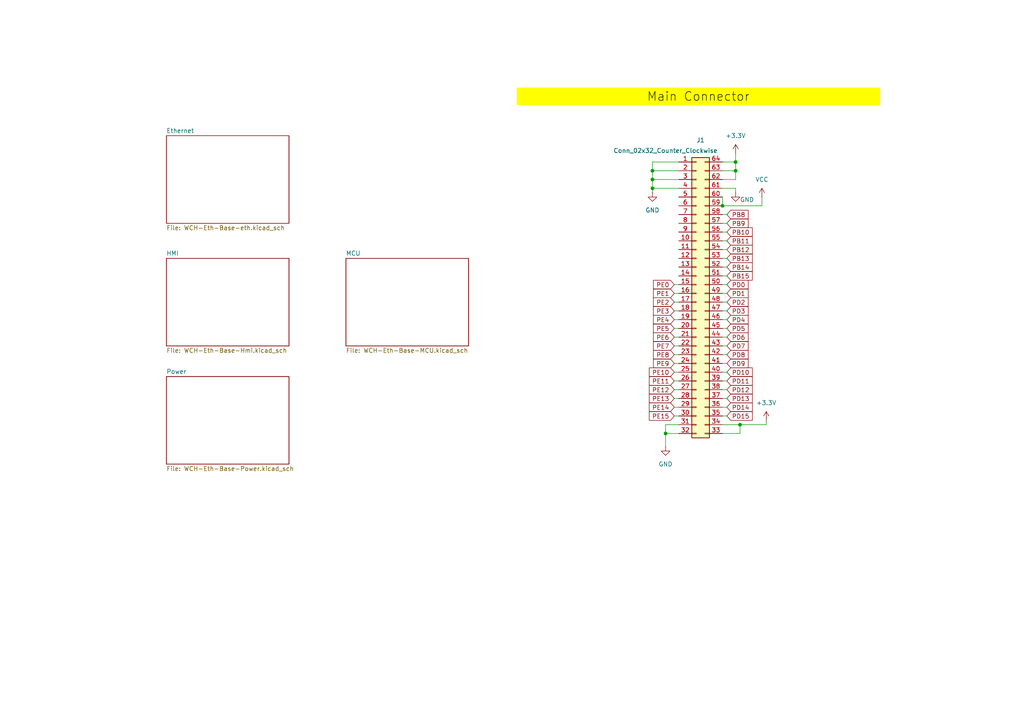
<source format=kicad_sch>
(kicad_sch (version 20231120) (generator "eeschema") (generator_version "8.0")
  (paper "A4")
  (lib_symbols
    (symbol "Connector_Generic:Conn_02x32_Counter_Clockwise" (pin_names (offset 1.016) hide)
      (property "Reference" "J" (at 1.27 40.64 0))
      (property "Value" "Conn_02x32_Counter_Clockwise" (at 1.27 -43.18 0))
      (symbol "Conn_02x32_Counter_Clockwise_1_1"
        (rectangle (start -1.27 -40.513) (end 0 -40.767) (stroke (width 0.1524)))
        (rectangle (start -1.27 -37.973) (end 0 -38.227) (stroke (width 0.1524)))
        (rectangle (start -1.27 -35.433) (end 0 -35.687) (stroke (width 0.1524)))
        (rectangle (start -1.27 -32.893) (end 0 -33.147) (stroke (width 0.1524)))
        (rectangle (start -1.27 -30.353) (end 0 -30.607) (stroke (width 0.1524)))
        (rectangle (start -1.27 -27.813) (end 0 -28.067) (stroke (width 0.1524)))
        (rectangle (start -1.27 -25.273) (end 0 -25.527) (stroke (width 0.1524)))
        (rectangle (start -1.27 -22.733) (end 0 -22.987) (stroke (width 0.1524)))
        (rectangle (start -1.27 -20.193) (end 0 -20.447) (stroke (width 0.1524)))
        (rectangle (start -1.27 -17.653) (end 0 -17.907) (stroke (width 0.1524)))
        (rectangle (start -1.27 -15.113) (end 0 -15.367) (stroke (width 0.1524)))
        (rectangle (start -1.27 -12.573) (end 0 -12.827) (stroke (width 0.1524)))
        (rectangle (start -1.27 -10.033) (end 0 -10.287) (stroke (width 0.1524)))
        (rectangle (start -1.27 -7.493) (end 0 -7.747) (stroke (width 0.1524)))
        (rectangle (start -1.27 -4.953) (end 0 -5.207) (stroke (width 0.1524)))
        (rectangle (start -1.27 -2.413) (end 0 -2.667) (stroke (width 0.1524)))
        (rectangle (start -1.27 0.127) (end 0 -0.127) (stroke (width 0.1524)))
        (rectangle (start -1.27 2.667) (end 0 2.413) (stroke (width 0.1524)))
        (rectangle (start -1.27 5.207) (end 0 4.953) (stroke (width 0.1524)))
        (rectangle (start -1.27 7.747) (end 0 7.493) (stroke (width 0.1524)))
        (rectangle (start -1.27 10.287) (end 0 10.033) (stroke (width 0.1524)))
        (rectangle (start -1.27 12.827) (end 0 12.573) (stroke (width 0.1524)))
        (rectangle (start -1.27 15.367) (end 0 15.113) (stroke (width 0.1524)))
        (rectangle (start -1.27 17.907) (end 0 17.653) (stroke (width 0.1524)))
        (rectangle (start -1.27 20.447) (end 0 20.193) (stroke (width 0.1524)))
        (rectangle (start -1.27 22.987) (end 0 22.733) (stroke (width 0.1524)))
        (rectangle (start -1.27 25.527) (end 0 25.273) (stroke (width 0.1524)))
        (rectangle (start -1.27 28.067) (end 0 27.813) (stroke (width 0.1524)))
        (rectangle (start -1.27 30.607) (end 0 30.353) (stroke (width 0.1524)))
        (rectangle (start -1.27 33.147) (end 0 32.893) (stroke (width 0.1524)))
        (rectangle (start -1.27 35.687) (end 0 35.433) (stroke (width 0.1524)))
        (rectangle (start -1.27 38.227) (end 0 37.973) (stroke (width 0.1524)))
        (rectangle (start -1.27 39.37) (end 3.81 -41.91) (stroke (width 0.254)) (fill (type background)))
        (rectangle (start 3.81 -40.513) (end 2.54 -40.767) (stroke (width 0.1524)))
        (rectangle (start 3.81 -37.973) (end 2.54 -38.227) (stroke (width 0.1524)))
        (rectangle (start 3.81 -35.433) (end 2.54 -35.687) (stroke (width 0.1524)))
        (rectangle (start 3.81 -32.893) (end 2.54 -33.147) (stroke (width 0.1524)))
        (rectangle (start 3.81 -30.353) (end 2.54 -30.607) (stroke (width 0.1524)))
        (rectangle (start 3.81 -27.813) (end 2.54 -28.067) (stroke (width 0.1524)))
        (rectangle (start 3.81 -25.273) (end 2.54 -25.527) (stroke (width 0.1524)))
        (rectangle (start 3.81 -22.733) (end 2.54 -22.987) (stroke (width 0.1524)))
        (rectangle (start 3.81 -20.193) (end 2.54 -20.447) (stroke (width 0.1524)))
        (rectangle (start 3.81 -17.653) (end 2.54 -17.907) (stroke (width 0.1524)))
        (rectangle (start 3.81 -15.113) (end 2.54 -15.367) (stroke (width 0.1524)))
        (rectangle (start 3.81 -12.573) (end 2.54 -12.827) (stroke (width 0.1524)))
        (rectangle (start 3.81 -10.033) (end 2.54 -10.287) (stroke (width 0.1524)))
        (rectangle (start 3.81 -7.493) (end 2.54 -7.747) (stroke (width 0.1524)))
        (rectangle (start 3.81 -4.953) (end 2.54 -5.207) (stroke (width 0.1524)))
        (rectangle (start 3.81 -2.413) (end 2.54 -2.667) (stroke (width 0.1524)))
        (rectangle (start 3.81 0.127) (end 2.54 -0.127) (stroke (width 0.1524)))
        (rectangle (start 3.81 2.667) (end 2.54 2.413) (stroke (width 0.1524)))
        (rectangle (start 3.81 5.207) (end 2.54 4.953) (stroke (width 0.1524)))
        (rectangle (start 3.81 7.747) (end 2.54 7.493) (stroke (width 0.1524)))
        (rectangle (start 3.81 10.287) (end 2.54 10.033) (stroke (width 0.1524)))
        (rectangle (start 3.81 12.827) (end 2.54 12.573) (stroke (width 0.1524)))
        (rectangle (start 3.81 15.367) (end 2.54 15.113) (stroke (width 0.1524)))
        (rectangle (start 3.81 17.907) (end 2.54 17.653) (stroke (width 0.1524)))
        (rectangle (start 3.81 20.447) (end 2.54 20.193) (stroke (width 0.1524)))
        (rectangle (start 3.81 22.987) (end 2.54 22.733) (stroke (width 0.1524)))
        (rectangle (start 3.81 25.527) (end 2.54 25.273) (stroke (width 0.1524)))
        (rectangle (start 3.81 28.067) (end 2.54 27.813) (stroke (width 0.1524)))
        (rectangle (start 3.81 30.607) (end 2.54 30.353) (stroke (width 0.1524)))
        (rectangle (start 3.81 33.147) (end 2.54 32.893) (stroke (width 0.1524)))
        (rectangle (start 3.81 35.687) (end 2.54 35.433) (stroke (width 0.1524)))
        (rectangle (start 3.81 38.227) (end 2.54 37.973) (stroke (width 0.1524)))
        (pin passive line (at -5.08 38.1 0) (length 3.81) (name "Pin_1") (number "1"))
        (pin passive line (at -5.08 15.24 0) (length 3.81) (name "Pin_10") (number "10"))
        (pin passive line (at -5.08 12.7 0) (length 3.81) (name "Pin_11") (number "11"))
        (pin passive line (at -5.08 10.16 0) (length 3.81) (name "Pin_12") (number "12"))
        (pin passive line (at -5.08 7.62 0) (length 3.81) (name "Pin_13") (number "13"))
        (pin passive line (at -5.08 5.08 0) (length 3.81) (name "Pin_14") (number "14"))
        (pin passive line (at -5.08 2.54 0) (length 3.81) (name "Pin_15") (number "15"))
        (pin passive line (at -5.08 0 0) (length 3.81) (name "Pin_16") (number "16"))
        (pin passive line (at -5.08 -2.54 0) (length 3.81) (name "Pin_17") (number "17"))
        (pin passive line (at -5.08 -5.08 0) (length 3.81) (name "Pin_18") (number "18"))
        (pin passive line (at -5.08 -7.62 0) (length 3.81) (name "Pin_19") (number "19"))
        (pin passive line (at -5.08 35.56 0) (length 3.81) (name "Pin_2") (number "2"))
        (pin passive line (at -5.08 -10.16 0) (length 3.81) (name "Pin_20") (number "20"))
        (pin passive line (at -5.08 -12.7 0) (length 3.81) (name "Pin_21") (number "21"))
        (pin passive line (at -5.08 -15.24 0) (length 3.81) (name "Pin_22") (number "22"))
        (pin passive line (at -5.08 -17.78 0) (length 3.81) (name "Pin_23") (number "23"))
        (pin passive line (at -5.08 -20.32 0) (length 3.81) (name "Pin_24") (number "24"))
        (pin passive line (at -5.08 -22.86 0) (length 3.81) (name "Pin_25") (number "25"))
        (pin passive line (at -5.08 -25.4 0) (length 3.81) (name "Pin_26") (number "26"))
        (pin passive line (at -5.08 -27.94 0) (length 3.81) (name "Pin_27") (number "27"))
        (pin passive line (at -5.08 -30.48 0) (length 3.81) (name "Pin_28") (number "28"))
        (pin passive line (at -5.08 -33.02 0) (length 3.81) (name "Pin_29") (number "29"))
        (pin passive line (at -5.08 33.02 0) (length 3.81) (name "Pin_3") (number "3"))
        (pin passive line (at -5.08 -35.56 0) (length 3.81) (name "Pin_30") (number "30"))
        (pin passive line (at -5.08 -38.1 0) (length 3.81) (name "Pin_31") (number "31"))
        (pin passive line (at -5.08 -40.64 0) (length 3.81) (name "Pin_32") (number "32"))
        (pin passive line (at 7.62 -40.64 180) (length 3.81) (name "Pin_33") (number "33"))
        (pin passive line (at 7.62 -38.1 180) (length 3.81) (name "Pin_34") (number "34"))
        (pin passive line (at 7.62 -35.56 180) (length 3.81) (name "Pin_35") (number "35"))
        (pin passive line (at 7.62 -33.02 180) (length 3.81) (name "Pin_36") (number "36"))
        (pin passive line (at 7.62 -30.48 180) (length 3.81) (name "Pin_37") (number "37"))
        (pin passive line (at 7.62 -27.94 180) (length 3.81) (name "Pin_38") (number "38"))
        (pin passive line (at 7.62 -25.4 180) (length 3.81) (name "Pin_39") (number "39"))
        (pin passive line (at -5.08 30.48 0) (length 3.81) (name "Pin_4") (number "4"))
        (pin passive line (at 7.62 -22.86 180) (length 3.81) (name "Pin_40") (number "40"))
        (pin passive line (at 7.62 -20.32 180) (length 3.81) (name "Pin_41") (number "41"))
        (pin passive line (at 7.62 -17.78 180) (length 3.81) (name "Pin_42") (number "42"))
        (pin passive line (at 7.62 -15.24 180) (length 3.81) (name "Pin_43") (number "43"))
        (pin passive line (at 7.62 -12.7 180) (length 3.81) (name "Pin_44") (number "44"))
        (pin passive line (at 7.62 -10.16 180) (length 3.81) (name "Pin_45") (number "45"))
        (pin passive line (at 7.62 -7.62 180) (length 3.81) (name "Pin_46") (number "46"))
        (pin passive line (at 7.62 -5.08 180) (length 3.81) (name "Pin_47") (number "47"))
        (pin passive line (at 7.62 -2.54 180) (length 3.81) (name "Pin_48") (number "48"))
        (pin passive line (at 7.62 0 180) (length 3.81) (name "Pin_49") (number "49"))
        (pin passive line (at -5.08 27.94 0) (length 3.81) (name "Pin_5") (number "5"))
        (pin passive line (at 7.62 2.54 180) (length 3.81) (name "Pin_50") (number "50"))
        (pin passive line (at 7.62 5.08 180) (length 3.81) (name "Pin_51") (number "51"))
        (pin passive line (at 7.62 7.62 180) (length 3.81) (name "Pin_52") (number "52"))
        (pin passive line (at 7.62 10.16 180) (length 3.81) (name "Pin_53") (number "53"))
        (pin passive line (at 7.62 12.7 180) (length 3.81) (name "Pin_54") (number "54"))
        (pin passive line (at 7.62 15.24 180) (length 3.81) (name "Pin_55") (number "55"))
        (pin passive line (at 7.62 17.78 180) (length 3.81) (name "Pin_56") (number "56"))
        (pin passive line (at 7.62 20.32 180) (length 3.81) (name "Pin_57") (number "57"))
        (pin passive line (at 7.62 22.86 180) (length 3.81) (name "Pin_58") (number "58"))
        (pin passive line (at 7.62 25.4 180) (length 3.81) (name "Pin_59") (number "59"))
        (pin passive line (at -5.08 25.4 0) (length 3.81) (name "Pin_6") (number "6"))
        (pin passive line (at 7.62 27.94 180) (length 3.81) (name "Pin_60") (number "60"))
        (pin passive line (at 7.62 30.48 180) (length 3.81) (name "Pin_61") (number "61"))
        (pin passive line (at 7.62 33.02 180) (length 3.81) (name "Pin_62") (number "62"))
        (pin passive line (at 7.62 35.56 180) (length 3.81) (name "Pin_63") (number "63"))
        (pin passive line (at 7.62 38.1 180) (length 3.81) (name "Pin_64") (number "64"))
        (pin passive line (at -5.08 22.86 0) (length 3.81) (name "Pin_7") (number "7"))
        (pin passive line (at -5.08 20.32 0) (length 3.81) (name "Pin_8") (number "8"))
        (pin passive line (at -5.08 17.78 0) (length 3.81) (name "Pin_9") (number "9"))
      )
    )
    (symbol "power:+3.3V" (power) (pin_numbers hide) (pin_names (offset 0) hide)
      (property "Value" "+3.3V" (at 0 3.556 0))
      (symbol "+3.3V_0_1"
        (polyline (pts (xy -0.762 1.27) (xy 0 2.54)))
        (polyline (pts (xy 0 0) (xy 0 2.54)))
        (polyline (pts (xy 0 2.54) (xy 0.762 1.27)))
      )
      (symbol "+3.3V_1_1"
        (pin power_in line (at 0 0 90) (length 0) (name "~") (number "1"))
      )
    )
    (symbol "power:GND" (power) (pin_numbers hide) (pin_names (offset 0) hide)
      (property "Value" "GND" (at 0 -3.81 0))
      (symbol "GND_0_1"
        (polyline (pts (xy 0 0) (xy 0 -1.27) (xy 1.27 -1.27) (xy 0 -2.54) (xy -1.27 -1.27) (xy 0 -1.27)))
      )
      (symbol "GND_1_1"
        (pin power_in line (at 0 0 270) (length 0) (name "~") (number "1"))
      )
    )
    (symbol "power:VCC" (power) (pin_numbers hide) (pin_names (offset 0) hide)
      (property "Value" "VCC" (at 0 3.556 0))
      (symbol "VCC_0_1"
        (polyline (pts (xy -0.762 1.27) (xy 0 2.54)))
        (polyline (pts (xy 0 0) (xy 0 2.54)))
        (polyline (pts (xy 0 2.54) (xy 0.762 1.27)))
      )
      (symbol "VCC_1_1"
        (pin power_in line (at 0 0 90) (length 0) (name "~") (number "1"))
      )
    )
  )
  (junction (at 213.36 46.99))
  (junction (at 189.23 52.07))
  (junction (at 214.63 123.19))
  (junction (at 189.23 54.61))
  (junction (at 189.23 49.53))
  (junction (at 193.04 125.73))
  (junction (at 213.36 49.53))
  (junction (at 209.55 59.69))
  (wire (pts (xy 210.82 102.87) (xy 209.55 102.87)))
  (wire (pts (xy 195.58 97.79) (xy 196.85 97.79)))
  (wire (pts (xy 210.82 100.33) (xy 209.55 100.33)))
  (wire (pts (xy 195.58 87.63) (xy 196.85 87.63)))
  (wire (pts (xy 210.82 95.25) (xy 209.55 95.25)))
  (wire (pts (xy 195.58 105.41) (xy 196.85 105.41)))
  (wire (pts (xy 195.58 118.11) (xy 196.85 118.11)))
  (wire (pts (xy 210.82 92.71) (xy 209.55 92.71)))
  (wire (pts (xy 222.25 121.92) (xy 222.25 123.19)))
  (wire (pts (xy 213.36 55.88) (xy 213.36 54.61)))
  (wire (pts (xy 210.82 62.23) (xy 209.55 62.23)))
  (wire (pts (xy 210.82 80.01) (xy 209.55 80.01)))
  (wire (pts (xy 195.58 90.17) (xy 196.85 90.17)))
  (wire (pts (xy 209.55 57.15) (xy 209.55 59.69)))
  (wire (pts (xy 196.85 46.99) (xy 189.23 46.99)))
  (wire (pts (xy 214.63 125.73) (xy 214.63 123.19)))
  (wire (pts (xy 210.82 105.41) (xy 209.55 105.41)))
  (wire (pts (xy 210.82 120.65) (xy 209.55 120.65)))
  (wire (pts (xy 210.82 97.79) (xy 209.55 97.79)))
  (wire (pts (xy 195.58 107.95) (xy 196.85 107.95)))
  (wire (pts (xy 220.98 57.15) (xy 220.98 59.69)))
  (wire (pts (xy 210.82 77.47) (xy 209.55 77.47)))
  (wire (pts (xy 210.82 64.77) (xy 209.55 64.77)))
  (wire (pts (xy 189.23 54.61) (xy 196.85 54.61)))
  (wire (pts (xy 210.82 115.57) (xy 209.55 115.57)))
  (wire (pts (xy 210.82 74.93) (xy 209.55 74.93)))
  (wire (pts (xy 193.04 123.19) (xy 193.04 125.73)))
  (wire (pts (xy 209.55 49.53) (xy 213.36 49.53)))
  (wire (pts (xy 196.85 49.53) (xy 189.23 49.53)))
  (wire (pts (xy 193.04 125.73) (xy 193.04 129.54)))
  (wire (pts (xy 196.85 52.07) (xy 189.23 52.07)))
  (wire (pts (xy 195.58 110.49) (xy 196.85 110.49)))
  (wire (pts (xy 213.36 46.99) (xy 213.36 49.53)))
  (wire (pts (xy 195.58 102.87) (xy 196.85 102.87)))
  (wire (pts (xy 210.82 69.85) (xy 209.55 69.85)))
  (wire (pts (xy 210.82 118.11) (xy 209.55 118.11)))
  (wire (pts (xy 195.58 82.55) (xy 196.85 82.55)))
  (wire (pts (xy 210.82 113.03) (xy 209.55 113.03)))
  (wire (pts (xy 196.85 123.19) (xy 193.04 123.19)))
  (wire (pts (xy 189.23 54.61) (xy 189.23 55.88)))
  (wire (pts (xy 210.82 90.17) (xy 209.55 90.17)))
  (wire (pts (xy 195.58 92.71) (xy 196.85 92.71)))
  (wire (pts (xy 209.55 125.73) (xy 214.63 125.73)))
  (wire (pts (xy 213.36 52.07) (xy 209.55 52.07)))
  (wire (pts (xy 213.36 44.45) (xy 213.36 46.99)))
  (wire (pts (xy 195.58 95.25) (xy 196.85 95.25)))
  (wire (pts (xy 195.58 115.57) (xy 196.85 115.57)))
  (wire (pts (xy 189.23 46.99) (xy 189.23 49.53)))
  (wire (pts (xy 195.58 120.65) (xy 196.85 120.65)))
  (wire (pts (xy 222.25 123.19) (xy 214.63 123.19)))
  (wire (pts (xy 214.63 123.19) (xy 209.55 123.19)))
  (wire (pts (xy 210.82 107.95) (xy 209.55 107.95)))
  (wire (pts (xy 195.58 100.33) (xy 196.85 100.33)))
  (wire (pts (xy 193.04 125.73) (xy 196.85 125.73)))
  (wire (pts (xy 213.36 54.61) (xy 209.55 54.61)))
  (wire (pts (xy 210.82 87.63) (xy 209.55 87.63)))
  (wire (pts (xy 210.82 72.39) (xy 209.55 72.39)))
  (wire (pts (xy 210.82 82.55) (xy 209.55 82.55)))
  (wire (pts (xy 220.98 59.69) (xy 209.55 59.69)))
  (wire (pts (xy 210.82 67.31) (xy 209.55 67.31)))
  (wire (pts (xy 210.82 85.09) (xy 209.55 85.09)))
  (wire (pts (xy 189.23 52.07) (xy 189.23 54.61)))
  (wire (pts (xy 195.58 85.09) (xy 196.85 85.09)))
  (wire (pts (xy 209.55 46.99) (xy 213.36 46.99)))
  (wire (pts (xy 195.58 113.03) (xy 196.85 113.03)))
  (wire (pts (xy 213.36 49.53) (xy 213.36 52.07)))
  (wire (pts (xy 189.23 49.53) (xy 189.23 52.07)))
  (wire (pts (xy 210.82 110.49) (xy 209.55 110.49)))
  (text_box "Main Connector" (at 149.86 25.4 0) (size 105.41 5.08) (stroke (width -0.0001)) (fill (type color) (color 255 255 0 1)) (effects (font (size 2.54 2.54))))
  (global_label "PB12" (shape input) (at 210.82 72.39 0) (property "Intersheetrefs" "${INTERSHEET_REFS}" (effects (hide yes))))
  (global_label "PE9" (shape input) (at 195.58 105.41 180) (property "Intersheetrefs" "${INTERSHEET_REFS}" (effects (hide yes))))
  (global_label "PB11" (shape input) (at 210.82 69.85 0) (property "Intersheetrefs" "${INTERSHEET_REFS}" (effects (hide yes))))
  (global_label "PB10" (shape input) (at 210.82 67.31 0) (property "Intersheetrefs" "${INTERSHEET_REFS}" (effects (hide yes))))
  (global_label "PD14" (shape input) (at 210.82 118.11 0) (property "Intersheetrefs" "${INTERSHEET_REFS}" (effects (hide yes))))
  (global_label "PE15" (shape input) (at 195.58 120.65 180) (property "Intersheetrefs" "${INTERSHEET_REFS}" (effects (hide yes))))
  (global_label "PE6" (shape input) (at 195.58 97.79 180) (property "Intersheetrefs" "${INTERSHEET_REFS}" (effects (hide yes))))
  (global_label "PE2" (shape input) (at 195.58 87.63 180) (property "Intersheetrefs" "${INTERSHEET_REFS}" (effects (hide yes))))
  (global_label "PD0" (shape input) (at 210.82 82.55 0) (property "Intersheetrefs" "${INTERSHEET_REFS}" (effects (hide yes))))
  (global_label "PD9" (shape input) (at 210.82 105.41 0) (property "Intersheetrefs" "${INTERSHEET_REFS}" (effects (hide yes))))
  (global_label "PB13" (shape input) (at 210.82 74.93 0) (property "Intersheetrefs" "${INTERSHEET_REFS}" (effects (hide yes))))
  (global_label "PD10" (shape input) (at 210.82 107.95 0) (property "Intersheetrefs" "${INTERSHEET_REFS}" (effects (hide yes))))
  (global_label "PD5" (shape input) (at 210.82 95.25 0) (property "Intersheetrefs" "${INTERSHEET_REFS}" (effects (hide yes))))
  (global_label "PE13" (shape input) (at 195.58 115.57 180) (property "Intersheetrefs" "${INTERSHEET_REFS}" (effects (hide yes))))
  (global_label "PE3" (shape input) (at 195.58 90.17 180) (property "Intersheetrefs" "${INTERSHEET_REFS}" (effects (hide yes))))
  (global_label "PD6" (shape input) (at 210.82 97.79 0) (property "Intersheetrefs" "${INTERSHEET_REFS}" (effects (hide yes))))
  (global_label "PE14" (shape input) (at 195.58 118.11 180) (property "Intersheetrefs" "${INTERSHEET_REFS}" (effects (hide yes))))
  (global_label "PD7" (shape input) (at 210.82 100.33 0) (property "Intersheetrefs" "${INTERSHEET_REFS}" (effects (hide yes))))
  (global_label "PE4" (shape input) (at 195.58 92.71 180) (property "Intersheetrefs" "${INTERSHEET_REFS}" (effects (hide yes))))
  (global_label "PD12" (shape input) (at 210.82 113.03 0) (property "Intersheetrefs" "${INTERSHEET_REFS}" (effects (hide yes))))
  (global_label "PE8" (shape input) (at 195.58 102.87 180) (property "Intersheetrefs" "${INTERSHEET_REFS}" (effects (hide yes))))
  (global_label "PB15" (shape input) (at 210.82 80.01 0) (property "Intersheetrefs" "${INTERSHEET_REFS}" (effects (hide yes))))
  (global_label "PB14" (shape input) (at 210.82 77.47 0) (property "Intersheetrefs" "${INTERSHEET_REFS}" (effects (hide yes))))
  (global_label "PE10" (shape input) (at 195.58 107.95 180) (property "Intersheetrefs" "${INTERSHEET_REFS}" (effects (hide yes))))
  (global_label "PE11" (shape input) (at 195.58 110.49 180) (property "Intersheetrefs" "${INTERSHEET_REFS}" (effects (hide yes))))
  (global_label "PD4" (shape input) (at 210.82 92.71 0) (property "Intersheetrefs" "${INTERSHEET_REFS}" (effects (hide yes))))
  (global_label "PD11" (shape input) (at 210.82 110.49 0) (property "Intersheetrefs" "${INTERSHEET_REFS}" (effects (hide yes))))
  (global_label "PD1" (shape input) (at 210.82 85.09 0) (property "Intersheetrefs" "${INTERSHEET_REFS}" (effects (hide yes))))
  (global_label "PB8" (shape input) (at 210.82 62.23 0) (property "Intersheetrefs" "${INTERSHEET_REFS}" (effects (hide yes))))
  (global_label "PD13" (shape input) (at 210.82 115.57 0) (property "Intersheetrefs" "${INTERSHEET_REFS}" (effects (hide yes))))
  (global_label "PE7" (shape input) (at 195.58 100.33 180) (property "Intersheetrefs" "${INTERSHEET_REFS}" (effects (hide yes))))
  (global_label "PD8" (shape input) (at 210.82 102.87 0) (property "Intersheetrefs" "${INTERSHEET_REFS}" (effects (hide yes))))
  (global_label "PD3" (shape input) (at 210.82 90.17 0) (property "Intersheetrefs" "${INTERSHEET_REFS}" (effects (hide yes))))
  (global_label "PB9" (shape input) (at 210.82 64.77 0) (property "Intersheetrefs" "${INTERSHEET_REFS}" (effects (hide yes))))
  (global_label "PE1" (shape input) (at 195.58 85.09 180) (property "Intersheetrefs" "${INTERSHEET_REFS}" (effects (hide yes))))
  (global_label "PD2" (shape input) (at 210.82 87.63 0) (property "Intersheetrefs" "${INTERSHEET_REFS}" (effects (hide yes))))
  (global_label "PE12" (shape input) (at 195.58 113.03 180) (property "Intersheetrefs" "${INTERSHEET_REFS}" (effects (hide yes))))
  (global_label "PE5" (shape input) (at 195.58 95.25 180) (property "Intersheetrefs" "${INTERSHEET_REFS}" (effects (hide yes))))
  (global_label "PE0" (shape input) (at 195.58 82.55 180) (property "Intersheetrefs" "${INTERSHEET_REFS}" (effects (hide yes))))
  (global_label "PD15" (shape input) (at 210.82 120.65 0) (property "Intersheetrefs" "${INTERSHEET_REFS}" (effects (hide yes))))
  (symbol (lib_id "Connector_Generic:Conn_02x32_Counter_Clockwise") (at 201.93 85.09 0) (unit 1)
    (property "Reference" "J1" (at 203.2 40.64 0))
    (property "Value" "Conn_02x32_Counter_Clockwise" (at 193.04 43.688 0))
    (property "Footprint" "LCSC:CONN-SMD_64P_3157-10101D" (effects (hide yes)))
    (property "Description" "Generic connector, double row, 02x32, counter clockwise pin numbering scheme (similar to DIP package numbering), script generated (kicad-library-utils/schlib/autogen/connector/)" (effects (hide yes)))
  )
  (symbol (lib_id "power:GND") (at 193.04 129.54 0) (unit 1)
    (property "Reference" "#PWR02" (effects (hide yes)))
    (property "Value" "GND" (at 193.04 134.62 0))
    (property "Description" "Power symbol creates a global label with name \"GND\" , ground" (effects (hide yes)))
  )
  (symbol (lib_id "power:VCC") (at 220.98 57.15 0) (unit 1)
    (property "Reference" "#PWR05" (effects (hide yes)))
    (property "Value" "VCC" (at 220.98 52.07 0))
    (property "Description" "Power symbol creates a global label with name \"VCC\"" (effects (hide yes)))
  )
  (symbol (lib_id "power:+3.3V") (at 213.36 44.45 0) (unit 1)
    (property "Reference" "#PWR03" (effects (hide yes)))
    (property "Value" "+3.3V" (at 213.36 39.37 0))
    (property "Description" "Power symbol creates a global label with name \"+3.3V\"" (effects (hide yes)))
  )
  (symbol (lib_id "power:+3.3V") (at 222.25 121.92 0) (unit 1)
    (property "Reference" "#PWR06" (effects (hide yes)))
    (property "Value" "+3.3V" (at 222.25 116.84 0))
    (property "Description" "Power symbol creates a global label with name \"+3.3V\"" (effects (hide yes)))
  )
  (symbol (lib_id "power:GND") (at 213.36 55.88 0) (unit 1)
    (property "Reference" "#PWR04" (effects (hide yes)))
    (property "Value" "GND" (at 216.662 57.912 0))
    (property "Description" "Power symbol creates a global label with name \"GND\" , ground" (effects (hide yes)))
  )
  (symbol (lib_id "power:GND") (at 189.23 55.88 0) (unit 1)
    (property "Reference" "#PWR01" (effects (hide yes)))
    (property "Value" "GND" (at 189.23 60.96 0))
    (property "Description" "Power symbol creates a global label with name \"GND\" , ground" (effects (hide yes)))
  )
  (sheet (at 48.26 74.93) (size 35.56 25.4) (stroke (width 0.1524))
    (property "Sheetname" "HMI" (at 48.26 74.2184 0) (effects (justify left bottom)))
    (property "Sheetfile" "WCH-Eth-Base-Hmi.kicad_sch" (at 48.26 100.9146 0) (effects (justify left top)))
  )
  (sheet (at 100.33 74.93) (size 35.56 25.4) (stroke (width 0.1524))
    (property "Sheetname" "MCU" (at 100.33 74.2184 0) (effects (justify left bottom)))
    (property "Sheetfile" "WCH-Eth-Base-MCU.kicad_sch" (at 100.33 100.9146 0) (effects (justify left top)))
  )
  (sheet (at 48.26 39.37) (size 35.56 25.4) (stroke (width 0.1524))
    (property "Sheetname" "Ethernet" (at 48.26 38.6584 0) (effects (justify left bottom)))
    (property "Sheetfile" "WCH-Eth-Base-eth.kicad_sch" (at 48.26 65.3546 0) (effects (justify left top)))
  )
  (sheet (at 48.26 109.22) (size 35.56 25.4) (stroke (width 0.1524))
    (property "Sheetname" "Power" (at 48.26 108.5084 0) (effects (justify left bottom)))
    (property "Sheetfile" "WCH-Eth-Base-Power.kicad_sch" (at 48.26 135.2046 0) (effects (justify left top)))
  )
)
</source>
